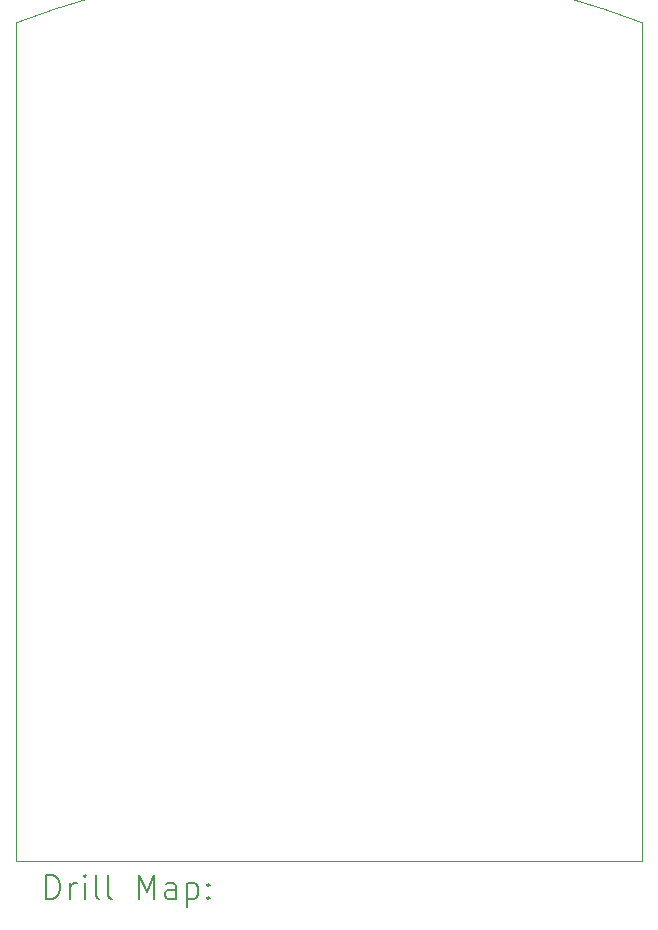
<source format=gbr>
%TF.GenerationSoftware,KiCad,Pcbnew,8.0.7*%
%TF.CreationDate,2025-01-15T16:40:54+01:00*%
%TF.ProjectId,makita-ps,6d616b69-7461-42d7-9073-2e6b69636164,1*%
%TF.SameCoordinates,Original*%
%TF.FileFunction,Drillmap*%
%TF.FilePolarity,Positive*%
%FSLAX45Y45*%
G04 Gerber Fmt 4.5, Leading zero omitted, Abs format (unit mm)*
G04 Created by KiCad (PCBNEW 8.0.7) date 2025-01-15 16:40:54*
%MOMM*%
%LPD*%
G01*
G04 APERTURE LIST*
%ADD10C,0.100000*%
%ADD11C,0.200000*%
G04 APERTURE END LIST*
D10*
X17472900Y-13700000D02*
X17472900Y-6600000D01*
X12171900Y-13700000D02*
X12172900Y-6600000D01*
X12172900Y-6600000D02*
G75*
G02*
X17472900Y-6600000I2650000J-6900000D01*
G01*
X17472900Y-13700000D02*
X12171900Y-13700000D01*
D11*
X12427677Y-14016484D02*
X12427677Y-13816484D01*
X12427677Y-13816484D02*
X12475296Y-13816484D01*
X12475296Y-13816484D02*
X12503867Y-13826008D01*
X12503867Y-13826008D02*
X12522915Y-13845055D01*
X12522915Y-13845055D02*
X12532439Y-13864103D01*
X12532439Y-13864103D02*
X12541962Y-13902198D01*
X12541962Y-13902198D02*
X12541962Y-13930769D01*
X12541962Y-13930769D02*
X12532439Y-13968865D01*
X12532439Y-13968865D02*
X12522915Y-13987912D01*
X12522915Y-13987912D02*
X12503867Y-14006960D01*
X12503867Y-14006960D02*
X12475296Y-14016484D01*
X12475296Y-14016484D02*
X12427677Y-14016484D01*
X12627677Y-14016484D02*
X12627677Y-13883150D01*
X12627677Y-13921246D02*
X12637201Y-13902198D01*
X12637201Y-13902198D02*
X12646724Y-13892674D01*
X12646724Y-13892674D02*
X12665772Y-13883150D01*
X12665772Y-13883150D02*
X12684820Y-13883150D01*
X12751486Y-14016484D02*
X12751486Y-13883150D01*
X12751486Y-13816484D02*
X12741962Y-13826008D01*
X12741962Y-13826008D02*
X12751486Y-13835531D01*
X12751486Y-13835531D02*
X12761010Y-13826008D01*
X12761010Y-13826008D02*
X12751486Y-13816484D01*
X12751486Y-13816484D02*
X12751486Y-13835531D01*
X12875296Y-14016484D02*
X12856248Y-14006960D01*
X12856248Y-14006960D02*
X12846724Y-13987912D01*
X12846724Y-13987912D02*
X12846724Y-13816484D01*
X12980058Y-14016484D02*
X12961010Y-14006960D01*
X12961010Y-14006960D02*
X12951486Y-13987912D01*
X12951486Y-13987912D02*
X12951486Y-13816484D01*
X13208629Y-14016484D02*
X13208629Y-13816484D01*
X13208629Y-13816484D02*
X13275296Y-13959341D01*
X13275296Y-13959341D02*
X13341962Y-13816484D01*
X13341962Y-13816484D02*
X13341962Y-14016484D01*
X13522915Y-14016484D02*
X13522915Y-13911722D01*
X13522915Y-13911722D02*
X13513391Y-13892674D01*
X13513391Y-13892674D02*
X13494343Y-13883150D01*
X13494343Y-13883150D02*
X13456248Y-13883150D01*
X13456248Y-13883150D02*
X13437201Y-13892674D01*
X13522915Y-14006960D02*
X13503867Y-14016484D01*
X13503867Y-14016484D02*
X13456248Y-14016484D01*
X13456248Y-14016484D02*
X13437201Y-14006960D01*
X13437201Y-14006960D02*
X13427677Y-13987912D01*
X13427677Y-13987912D02*
X13427677Y-13968865D01*
X13427677Y-13968865D02*
X13437201Y-13949817D01*
X13437201Y-13949817D02*
X13456248Y-13940293D01*
X13456248Y-13940293D02*
X13503867Y-13940293D01*
X13503867Y-13940293D02*
X13522915Y-13930769D01*
X13618153Y-13883150D02*
X13618153Y-14083150D01*
X13618153Y-13892674D02*
X13637201Y-13883150D01*
X13637201Y-13883150D02*
X13675296Y-13883150D01*
X13675296Y-13883150D02*
X13694343Y-13892674D01*
X13694343Y-13892674D02*
X13703867Y-13902198D01*
X13703867Y-13902198D02*
X13713391Y-13921246D01*
X13713391Y-13921246D02*
X13713391Y-13978388D01*
X13713391Y-13978388D02*
X13703867Y-13997436D01*
X13703867Y-13997436D02*
X13694343Y-14006960D01*
X13694343Y-14006960D02*
X13675296Y-14016484D01*
X13675296Y-14016484D02*
X13637201Y-14016484D01*
X13637201Y-14016484D02*
X13618153Y-14006960D01*
X13799105Y-13997436D02*
X13808629Y-14006960D01*
X13808629Y-14006960D02*
X13799105Y-14016484D01*
X13799105Y-14016484D02*
X13789582Y-14006960D01*
X13789582Y-14006960D02*
X13799105Y-13997436D01*
X13799105Y-13997436D02*
X13799105Y-14016484D01*
X13799105Y-13892674D02*
X13808629Y-13902198D01*
X13808629Y-13902198D02*
X13799105Y-13911722D01*
X13799105Y-13911722D02*
X13789582Y-13902198D01*
X13789582Y-13902198D02*
X13799105Y-13892674D01*
X13799105Y-13892674D02*
X13799105Y-13911722D01*
M02*

</source>
